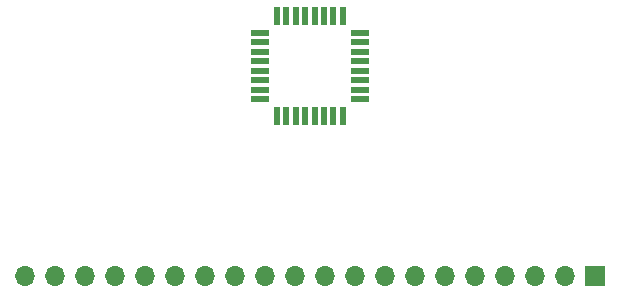
<source format=gts>
G04 #@! TF.GenerationSoftware,KiCad,Pcbnew,7.0.9*
G04 #@! TF.CreationDate,2023-12-24T17:35:42+01:00*
G04 #@! TF.ProjectId,Fusebit Doctor TQFP32 adapter,46757365-6269-4742-9044-6f63746f7220,V1.0*
G04 #@! TF.SameCoordinates,Original*
G04 #@! TF.FileFunction,Soldermask,Top*
G04 #@! TF.FilePolarity,Negative*
%FSLAX46Y46*%
G04 Gerber Fmt 4.6, Leading zero omitted, Abs format (unit mm)*
G04 Created by KiCad (PCBNEW 7.0.9) date 2023-12-24 17:35:42*
%MOMM*%
%LPD*%
G01*
G04 APERTURE LIST*
%ADD10R,1.700000X1.700000*%
%ADD11O,1.700000X1.700000*%
%ADD12R,1.600000X0.550000*%
%ADD13R,0.550000X1.600000*%
G04 APERTURE END LIST*
D10*
X24130000Y-17780000D03*
D11*
X21590000Y-17780000D03*
X19050000Y-17780000D03*
X16510000Y-17780000D03*
X13970000Y-17780000D03*
X11430000Y-17780000D03*
X8890000Y-17780000D03*
X6350000Y-17780000D03*
X3810000Y-17780000D03*
X1270000Y-17780000D03*
X-1270000Y-17780000D03*
X-3810000Y-17780000D03*
X-6350000Y-17780000D03*
X-8890000Y-17780000D03*
X-11430000Y-17780000D03*
X-13970000Y-17780000D03*
X-16510000Y-17780000D03*
X-19050000Y-17780000D03*
X-21590000Y-17780000D03*
X-24130000Y-17780000D03*
D12*
X-4250000Y2800000D03*
X-4250000Y2000000D03*
X-4250000Y1200000D03*
X-4250000Y400000D03*
X-4250000Y-400000D03*
X-4250000Y-1200000D03*
X-4250000Y-2000000D03*
X-4250000Y-2800000D03*
D13*
X-2800000Y-4250000D03*
X-2000000Y-4250000D03*
X-1200000Y-4250000D03*
X-400000Y-4250000D03*
X400000Y-4250000D03*
X1200000Y-4250000D03*
X2000000Y-4250000D03*
X2800000Y-4250000D03*
D12*
X4250000Y-2800000D03*
X4250000Y-2000000D03*
X4250000Y-1200000D03*
X4250000Y-400000D03*
X4250000Y400000D03*
X4250000Y1200000D03*
X4250000Y2000000D03*
X4250000Y2800000D03*
D13*
X2800000Y4250000D03*
X2000000Y4250000D03*
X1200000Y4250000D03*
X400000Y4250000D03*
X-400000Y4250000D03*
X-1200000Y4250000D03*
X-2000000Y4250000D03*
X-2800000Y4250000D03*
M02*

</source>
